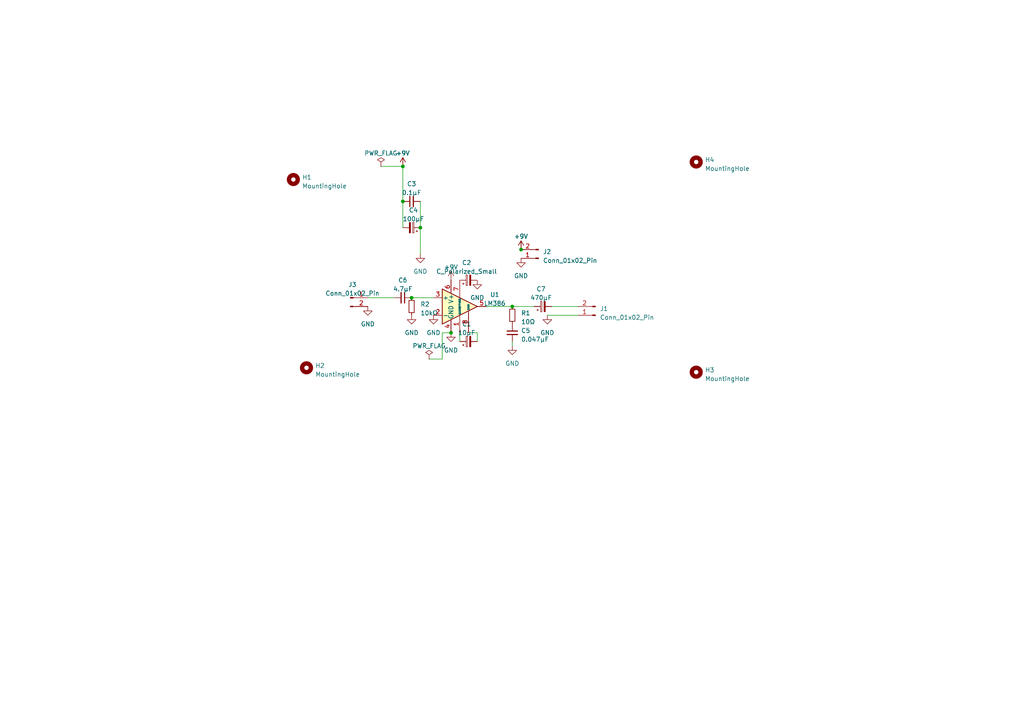
<source format=kicad_sch>
(kicad_sch (version 20230121) (generator eeschema)
  (paper "A4")
  (lib_symbols
    (symbol "Amplifier_Audio:LM386" (pin_names (offset 0.127))
      (property "Reference" "U" (at 1.27 7.62 0))
      (property "Value" "LM386" (at 1.27 5.08 0))
      (symbol "LM386_0_1"
        (polyline (pts (xy 5.08 0) (xy -5.08 5.08) (xy -5.08 -5.08) (xy 5.08 0)) (stroke (width 0.254)) (fill (type background)))
      )
      (symbol "LM386_1_1"
        (pin input line (at 0 -7.62 90) (length 5.08) (name "GAIN") (number "1"))
        (pin input line (at -7.62 -2.54 0) (length 2.54) (name "-") (number "2"))
        (pin input line (at -7.62 2.54 0) (length 2.54) (name "+") (number "3"))
        (pin power_in line (at -2.54 -7.62 90) (length 3.81) (name "GND") (number "4"))
        (pin output line (at 7.62 0 180) (length 2.54) (name "~") (number "5"))
        (pin power_in line (at -2.54 7.62 270) (length 3.81) (name "V+") (number "6"))
        (pin input line (at 0 7.62 270) (length 5.08) (name "BYPASS") (number "7"))
        (pin input line (at 2.54 -7.62 90) (length 6.35) (name "GAIN") (number "8"))
      )
    )
    (symbol "Connector:Conn_01x02_Pin" (pin_names (offset 1.016) hide)
      (property "Reference" "J" (at 0 2.54 0))
      (property "Value" "Conn_01x02_Pin" (at 0 -5.08 0))
      (symbol "Conn_01x02_Pin_1_1"
        (polyline (pts (xy 1.27 -2.54) (xy 0.8636 -2.54)) (stroke (width 0.1524)))
        (polyline (pts (xy 1.27 0) (xy 0.8636 0)) (stroke (width 0.1524)))
        (rectangle (start 0.8636 -2.413) (end 0 -2.667) (stroke (width 0.1524)) (fill (type outline)))
        (rectangle (start 0.8636 0.127) (end 0 -0.127) (stroke (width 0.1524)) (fill (type outline)))
        (pin passive line (at 5.08 0 180) (length 3.81) (name "Pin_1") (number "1"))
        (pin passive line (at 5.08 -2.54 180) (length 3.81) (name "Pin_2") (number "2"))
      )
    )
    (symbol "Device:C_Polarized_Small" (pin_numbers hide) (pin_names (offset 0.254) hide)
      (property "Reference" "C" (at 0.254 1.778 0))
      (property "Value" "C_Polarized_Small" (at 0.254 -2.032 0))
      (symbol "C_Polarized_Small_0_1"
        (rectangle (start -1.524 -0.3048) (end 1.524 -0.6858) (fill (type outline)))
        (rectangle (start -1.524 0.6858) (end 1.524 0.3048))
        (polyline (pts (xy -1.27 1.524) (xy -0.762 1.524)))
        (polyline (pts (xy -1.016 1.27) (xy -1.016 1.778)))
      )
      (symbol "C_Polarized_Small_1_1"
        (pin passive line (at 0 2.54 270) (length 1.8542) (name "~") (number "1"))
        (pin passive line (at 0 -2.54 90) (length 1.8542) (name "~") (number "2"))
      )
    )
    (symbol "Device:C_Small" (pin_numbers hide) (pin_names (offset 0.254) hide)
      (property "Reference" "C" (at 0.254 1.778 0))
      (property "Value" "C_Small" (at 0.254 -2.032 0))
      (symbol "C_Small_0_1"
        (polyline (pts (xy -1.524 -0.508) (xy 1.524 -0.508)) (stroke (width 0.3302)))
        (polyline (pts (xy -1.524 0.508) (xy 1.524 0.508)) (stroke (width 0.3048)))
      )
      (symbol "C_Small_1_1"
        (pin passive line (at 0 2.54 270) (length 2.032) (name "~") (number "1"))
        (pin passive line (at 0 -2.54 90) (length 2.032) (name "~") (number "2"))
      )
    )
    (symbol "Device:R_Small" (pin_numbers hide) (pin_names (offset 0.254) hide)
      (property "Reference" "R" (at 0.762 0.508 0))
      (property "Value" "R_Small" (at 0.762 -1.016 0))
      (symbol "R_Small_0_1"
        (rectangle (start -0.762 1.778) (end 0.762 -1.778) (stroke (width 0.2032)))
      )
      (symbol "R_Small_1_1"
        (pin passive line (at 0 2.54 270) (length 0.762) (name "~") (number "1"))
        (pin passive line (at 0 -2.54 90) (length 0.762) (name "~") (number "2"))
      )
    )
    (symbol "Mechanical:MountingHole" (pin_names (offset 1.016))
      (property "Reference" "H" (at 0 5.08 0))
      (property "Value" "MountingHole" (at 0 3.175 0))
      (symbol "MountingHole_0_1"
        (circle (center 0 0) (radius 1.27) (stroke (width 1.27)))
      )
    )
    (symbol "power:+9V" (power) (pin_names (offset 0))
      (property "Value" "+9V" (at 0 3.556 0))
      (symbol "+9V_0_1"
        (polyline (pts (xy -0.762 1.27) (xy 0 2.54)))
        (polyline (pts (xy 0 0) (xy 0 2.54)))
        (polyline (pts (xy 0 2.54) (xy 0.762 1.27)))
      )
      (symbol "+9V_1_1"
        (pin power_in line (at 0 0 90) (length 0) hide (name "+9V") (number "1"))
      )
    )
    (symbol "power:GND" (power) (pin_names (offset 0))
      (property "Value" "GND" (at 0 -3.81 0))
      (symbol "GND_0_1"
        (polyline (pts (xy 0 0) (xy 0 -1.27) (xy 1.27 -1.27) (xy 0 -2.54) (xy -1.27 -1.27) (xy 0 -1.27)))
      )
      (symbol "GND_1_1"
        (pin power_in line (at 0 0 270) (length 0) hide (name "GND") (number "1"))
      )
    )
    (symbol "power:PWR_FLAG" (power) (pin_numbers hide) (pin_names (offset 0) hide)
      (property "Value" "PWR_FLAG" (at 0 3.81 0))
      (symbol "PWR_FLAG_0_0"
        (pin power_out line (at 0 0 90) (length 0) (name "pwr") (number "1"))
      )
      (symbol "PWR_FLAG_0_1"
        (polyline (pts (xy 0 0) (xy 0 1.27) (xy -1.016 1.905) (xy 0 2.54) (xy 1.016 1.905) (xy 0 1.27)))
      )
    )
  )
  (junction (at 116.84 48.26))
  (junction (at 116.84 58.42))
  (junction (at 130.81 96.52))
  (junction (at 148.59 88.9))
  (junction (at 121.92 66.04))
  (junction (at 151.13 72.39))
  (junction (at 119.38 86.36))
  (wire (pts (xy 135.89 96.52) (xy 138.43 96.52)))
  (wire (pts (xy 128.27 96.52) (xy 130.81 96.52)))
  (wire (pts (xy 148.59 88.9) (xy 154.94 88.9)))
  (wire (pts (xy 116.84 58.42) (xy 116.84 66.04)))
  (wire (pts (xy 138.43 96.52) (xy 138.43 99.06)))
  (wire (pts (xy 140.97 88.9) (xy 148.59 88.9)))
  (wire (pts (xy 133.35 96.52) (xy 133.35 99.06)))
  (wire (pts (xy 167.64 91.44) (xy 158.75 91.44)))
  (wire (pts (xy 106.68 86.36) (xy 114.3 86.36)))
  (wire (pts (xy 124.46 104.14) (xy 128.27 104.14)))
  (wire (pts (xy 119.38 86.36) (xy 125.73 86.36)))
  (wire (pts (xy 160.02 88.9) (xy 167.64 88.9)))
  (wire (pts (xy 116.84 48.26) (xy 116.84 58.42)))
  (wire (pts (xy 121.92 66.04) (xy 121.92 73.66)))
  (wire (pts (xy 128.27 104.14) (xy 128.27 96.52)))
  (wire (pts (xy 148.59 99.06) (xy 148.59 100.33)))
  (wire (pts (xy 110.49 48.26) (xy 116.84 48.26)))
  (wire (pts (xy 121.92 58.42) (xy 121.92 66.04)))
  (symbol (lib_id "Device:C_Polarized_Small") (at 135.89 81.28 90) (unit 1)
    (property "Reference" "C2" (at 135.3439 76.2 90))
    (property "Value" "C_Polarized_Small" (at 135.3439 78.74 90))
    (property "Footprint" "Capacitor_THT:CP_Radial_D7.5mm_P2.50mm" (effects hide))
  )
  (symbol (lib_id "power:GND") (at 130.81 96.52 0) (unit 1)
    (property "Reference" "#PWR01" (effects hide))
    (property "Value" "GND" (at 130.81 101.6 0))
  )
  (symbol (lib_id "power:+9V") (at 130.81 81.28 0) (unit 1)
    (property "Reference" "#PWR03" (effects hide))
    (property "Value" "+9V" (at 130.81 77.47 0))
  )
  (symbol (lib_id "Device:C_Polarized_Small") (at 119.38 66.04 270) (mirror x) (unit 1)
    (property "Reference" "C4" (at 119.9261 60.96 90))
    (property "Value" "100μF" (at 119.9261 63.5 90))
    (property "Footprint" "Capacitor_THT:CP_Radial_D7.5mm_P2.50mm" (effects hide))
  )
  (symbol (lib_id "Device:R_Small") (at 119.38 88.9 0) (unit 1)
    (property "Reference" "R2" (at 121.92 88.265 0) (effects (justify left)))
    (property "Value" "10kΩ" (at 121.92 90.805 0) (effects (justify left)))
    (property "Footprint" "Resistor_THT:R_Axial_DIN0207_L6.3mm_D2.5mm_P10.16mm_Horizontal" (effects hide))
  )
  (symbol (lib_id "power:GND") (at 106.68 88.9 0) (unit 1)
    (property "Reference" "#PWR013" (effects hide))
    (property "Value" "GND" (at 106.68 93.98 0))
  )
  (symbol (lib_id "power:GND") (at 148.59 100.33 0) (unit 1)
    (property "Reference" "#PWR05" (effects hide))
    (property "Value" "GND" (at 148.59 105.41 0))
  )
  (symbol (lib_id "Device:C_Small") (at 116.84 86.36 270) (unit 1)
    (property "Reference" "C6" (at 116.8336 81.28 90))
    (property "Value" "4.7μF" (at 116.8336 83.82 90))
    (property "Footprint" "Capacitor_THT:C_Radial_D6.3mm_H5.0mm_P2.50mm" (effects hide))
  )
  (symbol (lib_id "Device:C_Polarized_Small") (at 135.89 99.06 90) (unit 1)
    (property "Reference" "C1" (at 135.3439 93.98 90))
    (property "Value" "10μF" (at 135.3439 96.52 90))
    (property "Footprint" "Capacitor_THT:CP_Radial_D5.0mm_P2.50mm" (effects hide))
  )
  (symbol (lib_id "Mechanical:MountingHole") (at 85.09 52.07 0) (unit 1)
    (property "Reference" "H1" (at 87.63 51.435 0) (effects (justify left)))
    (property "Value" "MountingHole" (at 87.63 53.975 0) (effects (justify left)))
    (property "Footprint" "MountingHole:MountingHole_3.2mm_M3" (effects hide))
  )
  (symbol (lib_id "power:PWR_FLAG") (at 124.46 104.14 0) (unit 1)
    (property "Reference" "#FLG02" (effects hide))
    (property "Value" "PWR_FLAG" (at 124.46 100.33 0))
  )
  (symbol (lib_id "power:+9V") (at 116.84 48.26 0) (unit 1)
    (property "Reference" "#PWR014" (effects hide))
    (property "Value" "+9V" (at 116.84 44.45 0))
  )
  (symbol (lib_id "Device:R_Small") (at 148.59 91.44 180) (unit 1)
    (property "Reference" "R1" (at 151.13 90.805 0) (effects (justify right)))
    (property "Value" "10Ω" (at 151.13 93.345 0) (effects (justify right)))
    (property "Footprint" "Resistor_THT:R_Axial_DIN0207_L6.3mm_D2.5mm_P10.16mm_Horizontal" (effects hide))
  )
  (symbol (lib_id "Device:C_Small") (at 119.38 58.42 90) (unit 1)
    (property "Reference" "C3" (at 119.3863 53.34 90))
    (property "Value" "0.1μF" (at 119.3863 55.88 90))
    (property "Footprint" "Capacitor_THT:C_Disc_D5.0mm_W2.5mm_P5.00mm" (effects hide))
  )
  (symbol (lib_id "power:GND") (at 138.43 81.28 0) (unit 1)
    (property "Reference" "#PWR04" (effects hide))
    (property "Value" "GND" (at 138.43 86.36 0))
  )
  (symbol (lib_id "power:PWR_FLAG") (at 110.49 48.26 0) (unit 1)
    (property "Reference" "#FLG03" (effects hide))
    (property "Value" "PWR_FLAG" (at 110.49 44.45 0))
  )
  (symbol (lib_id "Device:C_Small") (at 148.59 96.52 0) (unit 1)
    (property "Reference" "C5" (at 151.13 95.8913 0) (effects (justify left)))
    (property "Value" "0.047μF" (at 151.13 98.4313 0) (effects (justify left)))
    (property "Footprint" "Capacitor_THT:C_Disc_D4.7mm_W2.5mm_P5.00mm" (effects hide))
  )
  (symbol (lib_id "power:+9V") (at 151.13 72.39 0) (unit 1)
    (property "Reference" "#PWR07" (effects hide))
    (property "Value" "+9V" (at 151.13 68.58 0))
  )
  (symbol (lib_id "power:+9V") (at 116.84 48.26 0) (unit 1)
    (property "Reference" "#PWR010" (effects hide))
    (property "Value" "+9V" (at 116.84 44.45 0))
  )
  (symbol (lib_id "Connector:Conn_01x02_Pin") (at 172.72 91.44 180) (unit 1)
    (property "Reference" "J1" (at 173.99 89.535 0) (effects (justify right)))
    (property "Value" "Conn_01x02_Pin" (at 173.99 92.075 0) (effects (justify right)))
    (property "Footprint" "Connector_PinHeader_2.54mm:PinHeader_1x02_P2.54mm_Vertical" (effects hide))
  )
  (symbol (lib_id "power:GND") (at 151.13 74.93 0) (unit 1)
    (property "Reference" "#PWR09" (effects hide))
    (property "Value" "GND" (at 151.13 80.01 0))
  )
  (symbol (lib_id "Amplifier_Audio:LM386") (at 133.35 88.9 0) (unit 1)
    (property "Reference" "U1" (at 143.51 85.4711 0))
    (property "Value" "LM386" (at 143.51 88.0111 0))
    (property "Footprint" "Package_DIP:DIP-8_W7.62mm_Socket" (effects hide))
    (property "Datasheet" "http://www.ti.com/lit/ds/symlink/lm386.pdf" (effects hide))
  )
  (symbol (lib_id "power:GND") (at 119.38 91.44 0) (unit 1)
    (property "Reference" "#PWR012" (effects hide))
    (property "Value" "GND" (at 119.38 96.52 0))
  )
  (symbol (lib_id "Mechanical:MountingHole") (at 88.9 106.68 0) (unit 1)
    (property "Reference" "H2" (at 91.44 106.045 0) (effects (justify left)))
    (property "Value" "MountingHole" (at 91.44 108.585 0) (effects (justify left)))
    (property "Footprint" "MountingHole:MountingHole_3.2mm_M3" (effects hide))
  )
  (symbol (lib_id "Connector:Conn_01x02_Pin") (at 101.6 86.36 0) (unit 1)
    (property "Reference" "J3" (at 102.235 82.55 0))
    (property "Value" "Conn_01x02_Pin" (at 102.235 85.09 0))
    (property "Footprint" "Connector_PinHeader_2.54mm:PinHeader_1x02_P2.54mm_Vertical" (effects hide))
  )
  (symbol (lib_id "power:GND") (at 121.92 73.66 0) (unit 1)
    (property "Reference" "#PWR011" (effects hide))
    (property "Value" "GND" (at 121.92 78.74 0))
  )
  (symbol (lib_id "Device:C_Polarized_Small") (at 157.48 88.9 90) (unit 1)
    (property "Reference" "C7" (at 156.9339 83.82 90))
    (property "Value" "470μF" (at 156.9339 86.36 90))
    (property "Footprint" "Capacitor_THT:CP_Radial_D8.0mm_P2.50mm" (effects hide))
  )
  (symbol (lib_id "power:+9V") (at 151.13 72.39 0) (unit 1)
    (property "Reference" "#PWR08" (effects hide))
    (property "Value" "+9V" (at 151.13 68.58 0))
  )
  (symbol (lib_id "power:GND") (at 158.75 91.44 0) (unit 1)
    (property "Reference" "#PWR06" (effects hide))
    (property "Value" "GND" (at 158.75 96.52 0))
  )
  (symbol (lib_id "Mechanical:MountingHole") (at 201.93 46.99 0) (unit 1)
    (property "Reference" "H4" (at 204.47 46.355 0) (effects (justify left)))
    (property "Value" "MountingHole" (at 204.47 48.895 0) (effects (justify left)))
    (property "Footprint" "MountingHole:MountingHole_3.2mm_M3" (effects hide))
  )
  (symbol (lib_id "Connector:Conn_01x02_Pin") (at 156.21 74.93 180) (unit 1)
    (property "Reference" "J2" (at 157.48 73.025 0) (effects (justify right)))
    (property "Value" "Conn_01x02_Pin" (at 157.48 75.565 0) (effects (justify right)))
    (property "Footprint" "Connector_PinHeader_2.54mm:PinHeader_1x02_P2.54mm_Vertical" (effects hide))
  )
  (symbol (lib_id "power:GND") (at 125.73 91.44 0) (unit 1)
    (property "Reference" "#PWR02" (effects hide))
    (property "Value" "GND" (at 125.73 96.52 0))
  )
  (symbol (lib_id "Mechanical:MountingHole") (at 201.93 107.95 0) (unit 1)
    (property "Reference" "H3" (at 204.47 107.315 0) (effects (justify left)))
    (property "Value" "MountingHole" (at 204.47 109.855 0) (effects (justify left)))
    (property "Footprint" "MountingHole:MountingHole_3.2mm_M3" (effects hide))
  )
)
</source>
